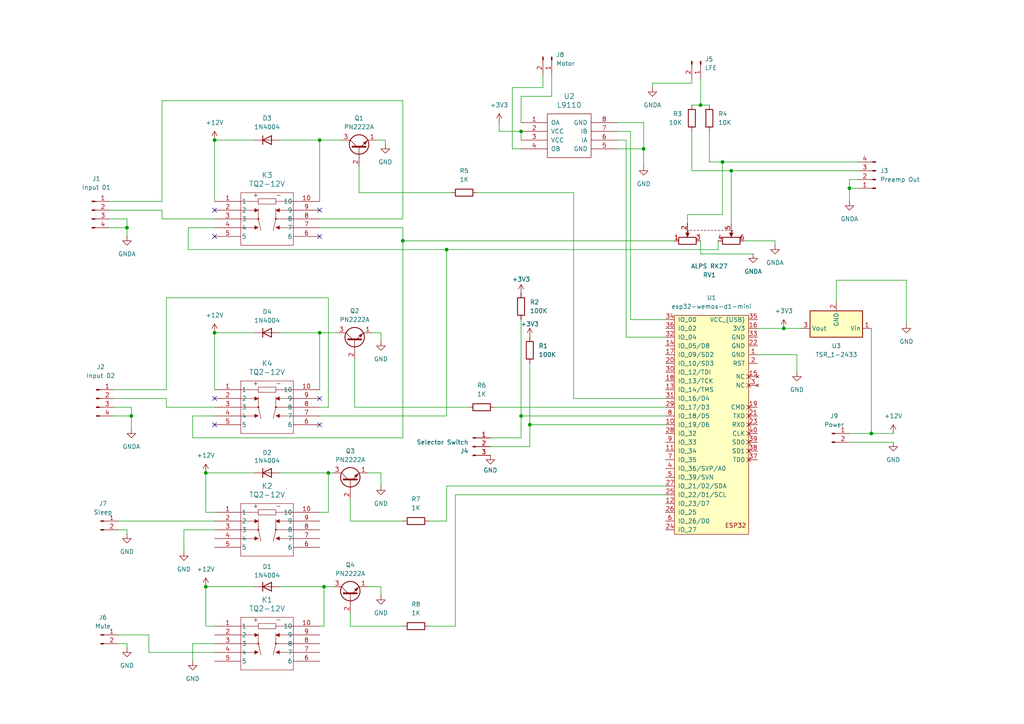
<source format=kicad_sch>
(kicad_sch (version 20250114) (generator "eeschema") (generator_version "9.0")
  (paper "A4")
  (lib_symbols
    (symbol "2025-10-05_02-56-43:TQ2-12V" (pin_names (offset 0.254))
      (property "Reference" "K" (at 15.24 7.62 0))
      (property "Value" "TQ2-12V" (at 15.24 5.08 0))
      (symbol "TQ2-12V_0_1"
        (polyline (pts (xy 7.62 2.54) (xy 7.62 -12.7)) (stroke (width 0.127)))
        (polyline (pts (xy 7.62 0) (xy 12.7 0)) (stroke (width 0.127)))
        (polyline (pts (xy 7.62 -2.54) (xy 12.192 -2.54)) (stroke (width 0.127)))
        (polyline (pts (xy 7.62 -5.08) (xy 12.7 -5.08)) (stroke (width 0.127)))
        (polyline (pts (xy 7.62 -7.62) (xy 12.192 -7.62)) (stroke (width 0.127)))
        (polyline (pts (xy 7.62 -12.7) (xy 22.86 -12.7)) (stroke (width 0.127)))
        (polyline (pts (xy 11.938 2.286) (xy 11.938 1.27)) (stroke (width 0.127)))
        (polyline (pts (xy 12.446 1.778) (xy 11.43 1.778)) (stroke (width 0.127)))
        (polyline (pts (xy 12.7 0.762) (xy 17.78 0.762)) (stroke (width 0.127)))
        (polyline (pts (xy 12.7 -0.762) (xy 12.7 0.762)) (stroke (width 0.127)))
        (polyline (pts (xy 12.7 -2.54) (xy 11.684 -3.048) (xy 11.684 -2.032)) (fill (type outline)))
        (polyline (pts (xy 12.7 -5.08) (xy 12.7 -2.032)) (stroke (width 0.127)))
        (polyline (pts (xy 12.7 -5.08) (xy 13.462 -8.382)) (stroke (width 0.127)))
        (circle (center 12.7 -5.08) (radius 0.127) (stroke (width 0.254)))
        (polyline (pts (xy 12.7 -7.62) (xy 11.684 -7.112) (xy 11.684 -8.128)) (fill (type outline)))
        (polyline (pts (xy 17.78 0.762) (xy 17.78 -0.762)) (stroke (width 0.127)))
        (polyline (pts (xy 17.78 0) (xy 22.86 0)) (stroke (width 0.127)))
        (polyline (pts (xy 17.78 -0.762) (xy 12.7 -0.762)) (stroke (width 0.127)))
        (polyline (pts (xy 17.78 -2.54) (xy 18.796 -3.048) (xy 18.796 -2.032)) (fill (type outline)))
        (polyline (pts (xy 17.78 -5.08) (xy 17.018 -8.382)) (stroke (width 0.127)))
        (polyline (pts (xy 17.78 -5.08) (xy 17.78 -2.032)) (stroke (width 0.127)))
        (circle (center 17.78 -5.08) (radius 0.127) (stroke (width 0.254)))
        (polyline (pts (xy 17.78 -7.62) (xy 18.796 -7.112) (xy 18.796 -8.128)) (fill (type outline)))
        (polyline (pts (xy 18.034 1.778) (xy 19.05 1.778)) (stroke (width 0.127)))
        (polyline (pts (xy 22.86 2.54) (xy 7.62 2.54)) (stroke (width 0.127)))
        (polyline (pts (xy 22.86 -2.54) (xy 18.288 -2.54)) (stroke (width 0.127)))
        (polyline (pts (xy 22.86 -5.08) (xy 17.78 -5.08)) (stroke (width 0.127)))
        (polyline (pts (xy 22.86 -7.62) (xy 18.288 -7.62)) (stroke (width 0.127)))
        (polyline (pts (xy 22.86 -12.7) (xy 22.86 2.54)) (stroke (width 0.127)))
        (pin unspecified line (at 0 0 0) (length 7.62) (name "1") (number "1"))
        (pin unspecified line (at 0 -2.54 0) (length 7.62) (name "2") (number "2"))
        (pin unspecified line (at 0 -5.08 0) (length 7.62) (name "3") (number "3"))
        (pin unspecified line (at 0 -7.62 0) (length 7.62) (name "4") (number "4"))
        (pin unspecified line (at 0 -10.16 0) (length 7.62) (name "5") (number "5"))
        (pin unspecified line (at 30.48 0 180) (length 7.62) (name "10") (number "10"))
        (pin unspecified line (at 30.48 -2.54 180) (length 7.62) (name "9") (number "9"))
        (pin unspecified line (at 30.48 -5.08 180) (length 7.62) (name "8") (number "8"))
        (pin unspecified line (at 30.48 -7.62 180) (length 7.62) (name "7") (number "7"))
        (pin unspecified line (at 30.48 -10.16 180) (length 7.62) (name "6") (number "6"))
      )
    )
    (symbol "Connector:Conn_01x02_Pin" (pin_names (offset 1.016) (hide yes))
      (property "Reference" "J" (at 0 2.54 0))
      (property "Value" "Conn_01x02_Pin" (at 0 -5.08 0))
      (symbol "Conn_01x02_Pin_1_1"
        (rectangle (start 0.8636 0.127) (end 0 -0.127) (stroke (width 0.1524)) (fill (type outline)))
        (rectangle (start 0.8636 -2.413) (end 0 -2.667) (stroke (width 0.1524)) (fill (type outline)))
        (polyline (pts (xy 1.27 0) (xy 0.8636 0)) (stroke (width 0.1524)))
        (polyline (pts (xy 1.27 -2.54) (xy 0.8636 -2.54)) (stroke (width 0.1524)))
        (pin passive line (at 5.08 0 180) (length 3.81) (name "Pin_1") (number "1"))
        (pin passive line (at 5.08 -2.54 180) (length 3.81) (name "Pin_2") (number "2"))
      )
    )
    (symbol "Connector:Conn_01x03_Pin" (pin_names (offset 1.016) (hide yes))
      (property "Reference" "J" (at 0 5.08 0))
      (property "Value" "Conn_01x03_Pin" (at 0 -5.08 0))
      (symbol "Conn_01x03_Pin_1_1"
        (rectangle (start 0.8636 2.667) (end 0 2.413) (stroke (width 0.1524)) (fill (type outline)))
        (rectangle (start 0.8636 0.127) (end 0 -0.127) (stroke (width 0.1524)) (fill (type outline)))
        (rectangle (start 0.8636 -2.413) (end 0 -2.667) (stroke (width 0.1524)) (fill (type outline)))
        (polyline (pts (xy 1.27 2.54) (xy 0.8636 2.54)) (stroke (width 0.1524)))
        (polyline (pts (xy 1.27 0) (xy 0.8636 0)) (stroke (width 0.1524)))
        (polyline (pts (xy 1.27 -2.54) (xy 0.8636 -2.54)) (stroke (width 0.1524)))
        (pin passive line (at 5.08 2.54 180) (length 3.81) (name "Pin_1") (number "1"))
        (pin passive line (at 5.08 0 180) (length 3.81) (name "Pin_2") (number "2"))
        (pin passive line (at 5.08 -2.54 180) (length 3.81) (name "Pin_3") (number "3"))
      )
    )
    (symbol "Connector:Conn_01x04_Pin" (pin_names (offset 1.016) (hide yes))
      (property "Reference" "J" (at 0 5.08 0))
      (property "Value" "Conn_01x04_Pin" (at 0 -7.62 0))
      (symbol "Conn_01x04_Pin_1_1"
        (rectangle (start 0.8636 2.667) (end 0 2.413) (stroke (width 0.1524)) (fill (type outline)))
        (rectangle (start 0.8636 0.127) (end 0 -0.127) (stroke (width 0.1524)) (fill (type outline)))
        (rectangle (start 0.8636 -2.413) (end 0 -2.667) (stroke (width 0.1524)) (fill (type outline)))
        (rectangle (start 0.8636 -4.953) (end 0 -5.207) (stroke (width 0.1524)) (fill (type outline)))
        (polyline (pts (xy 1.27 2.54) (xy 0.8636 2.54)) (stroke (width 0.1524)))
        (polyline (pts (xy 1.27 0) (xy 0.8636 0)) (stroke (width 0.1524)))
        (polyline (pts (xy 1.27 -2.54) (xy 0.8636 -2.54)) (stroke (width 0.1524)))
        (polyline (pts (xy 1.27 -5.08) (xy 0.8636 -5.08)) (stroke (width 0.1524)))
        (pin passive line (at 5.08 2.54 180) (length 3.81) (name "Pin_1") (number "1"))
        (pin passive line (at 5.08 0 180) (length 3.81) (name "Pin_2") (number "2"))
        (pin passive line (at 5.08 -2.54 180) (length 3.81) (name "Pin_3") (number "3"))
        (pin passive line (at 5.08 -5.08 180) (length 3.81) (name "Pin_4") (number "4"))
      )
    )
    (symbol "Device:R" (pin_numbers (hide yes)) (pin_names (offset 0))
      (property "Reference" "R" (at 2.032 0 90))
      (property "Value" "R" (at 0 0 90))
      (symbol "R_0_1"
        (rectangle (start -1.016 -2.54) (end 1.016 2.54) (stroke (width 0.254)))
      )
      (symbol "R_1_1"
        (pin passive line (at 0 3.81 270) (length 1.27) (name "~") (number "1"))
        (pin passive line (at 0 -3.81 90) (length 1.27) (name "~") (number "2"))
      )
    )
    (symbol "Device:R_Potentiometer_Dual" (pin_names (offset 1.016) (hide yes))
      (property "Reference" "RV" (at 0 3.81 0))
      (property "Value" "R_Potentiometer_Dual" (at 0 1.905 0))
      (symbol "R_Potentiometer_Dual_0_1"
        (rectangle (start -8.89 -1.524) (end -3.81 -3.556) (stroke (width 0.254)))
        (polyline (pts (xy -6.35 0) (xy -6.35 -1.016)))
        (polyline (pts (xy -6.35 0) (xy -6.35 -1.016)))
        (polyline (pts (xy -6.35 0) (xy -5.842 0.508)))
        (polyline (pts (xy -6.35 -1.397) (xy -6.858 -0.254) (xy -5.842 -0.254) (xy -6.35 -1.397)) (fill (type outline)))
        (polyline (pts (xy -5.588 0.508) (xy -5.08 0.508)))
        (polyline (pts (xy -4.572 0.508) (xy -4.064 0.508)))
        (polyline (pts (xy -3.556 0.508) (xy -3.048 0.508)))
        (polyline (pts (xy -2.54 0.508) (xy -2.032 0.508)))
        (polyline (pts (xy -1.524 0.508) (xy -1.016 0.508)))
        (polyline (pts (xy -0.508 0.508) (xy 0 0.508)))
        (polyline (pts (xy 0.508 0.508) (xy 1.016 0.508)))
        (polyline (pts (xy 1.524 0.508) (xy 2.032 0.508)))
        (polyline (pts (xy 2.54 0.508) (xy 3.048 0.508)))
        (polyline (pts (xy 3.556 0.508) (xy 4.064 0.508)))
        (rectangle (start 3.81 -1.524) (end 8.89 -3.556) (stroke (width 0.254)))
        (polyline (pts (xy 4.572 0.508) (xy 5.08 0.508)))
        (polyline (pts (xy 5.588 0.508) (xy 6.096 0.508)))
        (polyline (pts (xy 6.35 0) (xy 6.35 -1.016)))
        (polyline (pts (xy 6.35 0) (xy 6.35 -1.016)))
        (polyline (pts (xy 6.35 -1.397) (xy 5.842 -0.254) (xy 6.858 -0.254) (xy 6.35 -1.397)) (fill (type outline)))
        (polyline (pts (xy 6.604 0.508) (xy 6.858 0.508) (xy 6.35 0)))
      )
      (symbol "R_Potentiometer_Dual_1_1"
        (pin passive line (at -10.16 -2.54 0) (length 1.27) (name "1") (number "1"))
        (pin passive line (at -6.35 2.54 270) (length 2.54) (name "2") (number "2"))
        (pin passive line (at -2.54 -2.54 180) (length 1.27) (name "3") (number "3"))
        (pin passive line (at 2.54 -2.54 0) (length 1.27) (name "4") (number "4"))
        (pin passive line (at 6.35 2.54 270) (length 2.54) (name "5") (number "5"))
        (pin passive line (at 10.16 -2.54 180) (length 1.27) (name "6") (number "6"))
      )
    )
    (symbol "Diode:1N4004" (pin_numbers (hide yes)) (pin_names (hide yes))
      (property "Reference" "D" (at 0 2.54 0))
      (property "Value" "1N4004" (at 0 -2.54 0))
      (symbol "1N4004_0_1"
        (polyline (pts (xy -1.27 1.27) (xy -1.27 -1.27)) (stroke (width 0.254)))
        (polyline (pts (xy 1.27 1.27) (xy 1.27 -1.27) (xy -1.27 0) (xy 1.27 1.27)) (stroke (width 0.254)))
        (polyline (pts (xy 1.27 0) (xy -1.27 0)))
      )
      (symbol "1N4004_1_1"
        (pin passive line (at -3.81 0 0) (length 2.54) (name "K") (number "1"))
        (pin passive line (at 3.81 0 180) (length 2.54) (name "A") (number "2"))
      )
    )
    (symbol "L9110:L9110" (pin_names (offset 1.016))
      (property "Reference" "U" (at 0 7.62 0))
      (property "Value" "L9110" (at 0 -7.62 0))
      (symbol "L9110_0_1"
        (rectangle (start 6.35 -6.35) (end -6.35 6.35))
      )
      (symbol "L9110_1_1"
        (pin output line (at -13.97 3.81 0) (length 7.62) (name "OA") (number "1"))
        (pin power_in line (at -13.97 1.27 0) (length 7.62) (name "VCC") (number "2"))
        (pin power_in line (at -13.97 -1.27 0) (length 7.62) (name "VCC") (number "3"))
        (pin output line (at -13.97 -3.81 0) (length 7.62) (name "OB") (number "4"))
        (pin power_in line (at 13.97 3.81 180) (length 7.62) (name "GND") (number "8"))
        (pin input line (at 13.97 1.27 180) (length 7.62) (name "IB") (number "7"))
        (pin input line (at 13.97 -1.27 180) (length 7.62) (name "IA") (number "6"))
        (pin power_in line (at 13.97 -3.81 180) (length 7.62) (name "GND") (number "5"))
      )
      (symbol "L9110_1_2"
        (pin output line (at -19.05 12.7 0) (length 7.62) (name "OA") (number "1"))
        (pin output line (at -19.05 5.08 0) (length 7.62) (name "VCC") (number "2"))
        (pin output line (at -19.05 -5.08 0) (length 7.62) (name "VCC") (number "3"))
        (pin power_out line (at -19.05 -12.7 0) (length 7.62) (name "OB") (number "4"))
        (pin power_in line (at 17.78 12.7 180) (length 7.62) (name "GND") (number "8"))
        (pin input line (at 17.78 5.08 180) (length 7.62) (name "IB") (number "7"))
        (pin input line (at 17.78 -5.08 180) (length 7.62) (name "IA") (number "6"))
        (pin power_out line (at 17.78 -12.7 180) (length 7.62) (name "GND") (number "5"))
      )
    )
    (symbol "Regulator_Switching:TSR_1-2433"
      (property "Reference" "U" (at -7.62 6.35 0))
      (property "Value" "TSR_1-2433" (at -1.27 6.35 0))
      (symbol "TSR_1-2433_0_1"
        (rectangle (start -7.62 5.08) (end 7.62 -2.54) (stroke (width 0.254)) (fill (type background)))
      )
      (symbol "TSR_1-2433_1_1"
        (pin power_in line (at -10.16 2.54 0) (length 2.54) (name "Vin") (number "1"))
        (pin power_in line (at 0 -5.08 90) (length 2.54) (name "GND") (number "2"))
        (pin power_out line (at 10.16 2.54 180) (length 2.54) (name "Vout") (number "3"))
      )
    )
    (symbol "Transistor_BJT:PN2222A" (pin_names (offset 0) (hide yes))
      (property "Reference" "Q" (at 5.08 1.905 0))
      (property "Value" "PN2222A" (at 5.08 0 0))
      (symbol "PN2222A_0_1"
        (polyline (pts (xy -2.54 0) (xy 0.635 0)))
        (polyline (pts (xy 0.635 1.905) (xy 0.635 -1.905)) (stroke (width 0.508)))
        (circle (center 1.27 0) (radius 2.8194) (stroke (width 0.254)))
      )
      (symbol "PN2222A_1_1"
        (polyline (pts (xy 0.635 0.635) (xy 2.54 2.54)))
        (polyline (pts (xy 0.635 -0.635) (xy 2.54 -2.54)))
        (polyline (pts (xy 1.27 -1.778) (xy 1.778 -1.27) (xy 2.286 -2.286) (xy 1.27 -1.778)) (fill (type outline)))
        (pin input line (at -5.08 0 0) (length 2.54) (name "B") (number "2"))
        (pin passive line (at 2.54 5.08 270) (length 2.54) (name "C") (number "3"))
        (pin passive line (at 2.54 -5.08 90) (length 2.54) (name "E") (number "1"))
      )
    )
    (symbol "esp32-wemos-d1-mini:esp32-wemos-d1-mini" (pin_names (offset 1.016))
      (property "Reference" "U" (at -7.62 -50.8 0))
      (property "Value" "esp32-wemos-d1-mini" (at 5.08 -59.69 0))
      (symbol "esp32-wemos-d1-mini_0_0"
        (text "ESP32" (at 7.62 -62.23 0) (effects (font (size 1.27 1.27))))
        (pin bidirectional line (at -12.7 -45.72 0) (length 2.54) (name "IO_36/SVP/A0") (number "4"))
        (pin bidirectional line (at -12.7 -48.26 0) (length 2.54) (name "IO_39/SVN") (number "5"))
        (pin power_in line (at 13.97 -12.7 180) (length 2.54) (name "GND") (number "1"))
        (pin input line (at 13.97 -15.24 180) (length 2.54) (name "RST") (number "2"))
        (pin no_connect non_logic (at 13.97 -21.59 180) (length 2.54) (name "NC") (number "3"))
      )
      (symbol "esp32-wemos-d1-mini_0_1"
        (rectangle (start -10.16 -1.27) (end 11.43 -64.77) (fill (type background)))
      )
      (symbol "esp32-wemos-d1-mini_1_1"
        (pin bidirectional line (at -12.7 -2.54 0) (length 2.54) (name "IO_00") (number "34"))
        (pin bidirectional line (at -12.7 -5.08 0) (length 2.54) (name "IO_02") (number "36"))
        (pin bidirectional line (at -12.7 -7.62 0) (length 2.54) (name "IO_04") (number "32"))
        (pin bidirectional line (at -12.7 -10.16 0) (length 2.54) (name "IO_05/D8") (number "14"))
        (pin bidirectional line (at -12.7 -12.7 0) (length 2.54) (name "IO_09/SD2") (number "17"))
        (pin bidirectional line (at -12.7 -15.24 0) (length 2.54) (name "IO_10/SD3") (number "20"))
        (pin bidirectional line (at -12.7 -17.78 0) (length 2.54) (name "IO_12/TDI") (number "30"))
        (pin bidirectional line (at -12.7 -20.32 0) (length 2.54) (name "IO_13/TCK") (number "18"))
        (pin bidirectional line (at -12.7 -22.86 0) (length 2.54) (name "IO_14/TMS") (number "13"))
        (pin bidirectional line (at -12.7 -25.4 0) (length 2.54) (name "IO_16/D4") (number "31"))
        (pin bidirectional line (at -12.7 -27.94 0) (length 2.54) (name "IO_17/D3") (number "29"))
        (pin bidirectional line (at -12.7 -30.48 0) (length 2.54) (name "IO_18/D5") (number "8"))
        (pin bidirectional line (at -12.7 -33.02 0) (length 2.54) (name "IO_19/D6") (number "10"))
        (pin bidirectional line (at -12.7 -35.56 0) (length 2.54) (name "IO_32") (number "28"))
        (pin bidirectional line (at -12.7 -38.1 0) (length 2.54) (name "IO_33") (number "9"))
        (pin bidirectional line (at -12.7 -40.64 0) (length 2.54) (name "IO_34") (number "11"))
        (pin bidirectional line (at -12.7 -43.18 0) (length 2.54) (name "IO_35") (number "7"))
        (pin bidirectional line (at -12.7 -50.8 0) (length 2.54) (name "IO_21/D2/SDA") (number "27"))
        (pin bidirectional line (at -12.7 -53.34 0) (length 2.54) (name "IO_22/D1/SCL") (number "25"))
        (pin bidirectional line (at -12.7 -55.88 0) (length 2.54) (name "IO_23/D7") (number "12"))
        (pin bidirectional line (at -12.7 -58.42 0) (length 2.54) (name "IO_25") (number "26"))
        (pin bidirectional line (at -12.7 -60.96 0) (length 2.54) (name "IO_26/D0") (number "6"))
        (pin bidirectional line (at -12.7 -63.5 0) (length 2.54) (name "IO_27") (number "24"))
        (pin power_in line (at 13.97 -2.54 180) (length 2.54) (name "VCC_(USB)") (number "35"))
        (pin power_in line (at 13.97 -5.08 180) (length 2.54) (name "3V3") (number "16"))
        (pin power_in line (at 13.97 -7.62 180) (length 2.54) (name "GND") (number "33"))
        (pin power_in line (at 13.97 -10.16 180) (length 2.54) (name "GND") (number "22"))
        (pin no_connect non_logic (at 13.97 -19.05 180) (length 2.54) (name "NC") (number "15"))
        (pin passive non_logic (at 13.97 -27.94 180) (length 2.54) (name "CMD") (number "19"))
        (pin passive non_logic (at 13.97 -30.48 180) (length 2.54) (name "TXD") (number "21"))
        (pin passive non_logic (at 13.97 -33.02 180) (length 2.54) (name "RXD") (number "23"))
        (pin passive non_logic (at 13.97 -35.56 180) (length 2.54) (name "CLK") (number "40"))
        (pin passive non_logic (at 13.97 -38.1 180) (length 2.54) (name "SD0") (number "39"))
        (pin passive non_logic (at 13.97 -40.64 180) (length 2.54) (name "SD1") (number "38"))
        (pin passive non_logic (at 13.97 -43.18 180) (length 2.54) (name "TD0") (number "37"))
      )
    )
    (symbol "power:+12V" (power) (pin_numbers (hide yes)) (pin_names (offset 0) (hide yes))
      (property "Value" "+12V" (at 0 3.556 0))
      (symbol "+12V_0_1"
        (polyline (pts (xy -0.762 1.27) (xy 0 2.54)))
        (polyline (pts (xy 0 2.54) (xy 0.762 1.27)))
        (polyline (pts (xy 0 0) (xy 0 2.54)))
      )
      (symbol "+12V_1_1"
        (pin power_in line (at 0 0 90) (length 0) (name "~") (number "1"))
      )
    )
    (symbol "power:+3V3" (power) (pin_numbers (hide yes)) (pin_names (offset 0) (hide yes))
      (property "Value" "+3V3" (at 0 3.556 0))
      (symbol "+3V3_0_1"
        (polyline (pts (xy -0.762 1.27) (xy 0 2.54)))
        (polyline (pts (xy 0 2.54) (xy 0.762 1.27)))
        (polyline (pts (xy 0 0) (xy 0 2.54)))
      )
      (symbol "+3V3_1_1"
        (pin power_in line (at 0 0 90) (length 0) (name "~") (number "1"))
      )
    )
    (symbol "power:GND" (power) (pin_numbers (hide yes)) (pin_names (offset 0) (hide yes))
      (property "Value" "GND" (at 0 -3.81 0))
      (symbol "GND_0_1"
        (polyline (pts (xy 0 0) (xy 0 -1.27) (xy 1.27 -1.27) (xy 0 -2.54) (xy -1.27 -1.27) (xy 0 -1.27)))
      )
      (symbol "GND_1_1"
        (pin power_in line (at 0 0 270) (length 0) (name "~") (number "1"))
      )
    )
    (symbol "power:GNDA" (power) (pin_numbers (hide yes)) (pin_names (offset 0) (hide yes))
      (property "Value" "GNDA" (at 0 -3.81 0))
      (symbol "GNDA_0_1"
        (polyline (pts (xy 0 0) (xy 0 -1.27) (xy 1.27 -1.27) (xy 0 -2.54) (xy -1.27 -1.27) (xy 0 -1.27)))
      )
      (symbol "GNDA_1_1"
        (pin power_in line (at 0 0 270) (length 0) (name "~") (number "1"))
      )
    )
  )
  (junction (at 151.13 120.65))
  (junction (at 203.2 30.48))
  (junction (at 92.71 40.64))
  (junction (at 116.84 69.85))
  (junction (at 93.98 170.18))
  (junction (at 62.23 40.64))
  (junction (at 62.23 96.52))
  (junction (at 92.71 96.52))
  (junction (at 129.54 72.39))
  (junction (at 153.67 123.19))
  (junction (at 227.33 95.25))
  (junction (at 59.69 170.18))
  (junction (at 38.1 120.65))
  (junction (at 246.38 54.61))
  (junction (at 59.69 137.16))
  (junction (at 212.09 49.53))
  (junction (at 151.13 38.1))
  (junction (at 252.73 125.73))
  (junction (at 186.69 43.18))
  (junction (at 209.55 46.99))
  (junction (at 95.25 137.16))
  (junction (at 36.83 66.04))
  (no_connect (at 62.23 60.96))
  (no_connect (at 92.71 60.96))
  (no_connect (at 92.71 115.57))
  (no_connect (at 62.23 68.58))
  (no_connect (at 62.23 123.19))
  (no_connect (at 92.71 68.58))
  (no_connect (at 92.71 123.19))
  (no_connect (at 62.23 115.57))
  (wire (pts (xy 36.83 186.69) (xy 36.83 187.96)))
  (wire (pts (xy 81.28 137.16) (xy 95.25 137.16)))
  (wire (pts (xy 46.99 29.21) (xy 116.84 29.21)))
  (wire (pts (xy 186.69 35.56) (xy 186.69 43.18)))
  (wire (pts (xy 132.08 181.61) (xy 132.08 143.51)))
  (wire (pts (xy 153.67 123.19) (xy 193.04 123.19)))
  (wire (pts (xy 144.78 35.56) (xy 144.78 38.1)))
  (wire (pts (xy 59.69 148.59) (xy 62.23 148.59)))
  (wire (pts (xy 189.23 24.13) (xy 200.66 24.13)))
  (wire (pts (xy 38.1 118.11) (xy 38.1 120.65)))
  (wire (pts (xy 252.73 125.73) (xy 259.08 125.73)))
  (wire (pts (xy 38.1 120.65) (xy 38.1 124.46)))
  (wire (pts (xy 218.44 73.66) (xy 203.2 73.66)))
  (wire (pts (xy 193.04 92.71) (xy 182.88 92.71)))
  (wire (pts (xy 110.49 96.52) (xy 110.49 99.06)))
  (wire (pts (xy 46.99 60.96) (xy 46.99 63.5)))
  (wire (pts (xy 138.43 55.88) (xy 166.37 55.88)))
  (wire (pts (xy 34.29 151.13) (xy 62.23 151.13)))
  (wire (pts (xy 31.75 63.5) (xy 36.83 63.5)))
  (wire (pts (xy 92.71 96.52) (xy 92.71 113.03)))
  (wire (pts (xy 143.51 118.11) (xy 193.04 118.11)))
  (wire (pts (xy 36.83 66.04) (xy 36.83 68.58)))
  (wire (pts (xy 148.59 43.18) (xy 148.59 25.4)))
  (wire (pts (xy 116.84 66.04) (xy 92.71 66.04)))
  (wire (pts (xy 59.69 170.18) (xy 59.69 181.61)))
  (wire (pts (xy 33.02 120.65) (xy 38.1 120.65)))
  (wire (pts (xy 153.67 123.19) (xy 153.67 129.54)))
  (wire (pts (xy 110.49 170.18) (xy 110.49 172.72)))
  (wire (pts (xy 160.02 27.94) (xy 160.02 21.59)))
  (wire (pts (xy 59.69 137.16) (xy 59.69 148.59)))
  (wire (pts (xy 203.2 30.48) (xy 205.74 30.48)))
  (wire (pts (xy 252.73 95.25) (xy 252.73 125.73)))
  (wire (pts (xy 186.69 43.18) (xy 186.69 48.26)))
  (wire (pts (xy 209.55 46.99) (xy 248.92 46.99)))
  (wire (pts (xy 111.76 40.64) (xy 111.76 41.91)))
  (wire (pts (xy 129.54 151.13) (xy 129.54 140.97)))
  (wire (pts (xy 151.13 127) (xy 151.13 120.65)))
  (wire (pts (xy 109.22 40.64) (xy 111.76 40.64)))
  (wire (pts (xy 231.14 102.87) (xy 219.71 102.87)))
  (wire (pts (xy 34.29 184.15) (xy 43.18 184.15)))
  (wire (pts (xy 144.78 38.1) (xy 151.13 38.1)))
  (wire (pts (xy 48.26 115.57) (xy 48.26 118.11)))
  (wire (pts (xy 246.38 54.61) (xy 248.92 54.61)))
  (wire (pts (xy 102.87 118.11) (xy 102.87 104.14)))
  (wire (pts (xy 62.23 96.52) (xy 62.23 113.03)))
  (wire (pts (xy 166.37 115.57) (xy 193.04 115.57)))
  (wire (pts (xy 151.13 92.71) (xy 151.13 120.65)))
  (wire (pts (xy 101.6 151.13) (xy 116.84 151.13)))
  (wire (pts (xy 55.88 191.77) (xy 55.88 186.69)))
  (wire (pts (xy 200.66 30.48) (xy 203.2 30.48)))
  (wire (pts (xy 181.61 40.64) (xy 181.61 97.79)))
  (wire (pts (xy 200.66 49.53) (xy 212.09 49.53)))
  (wire (pts (xy 55.88 186.69) (xy 62.23 186.69)))
  (wire (pts (xy 104.14 48.26) (xy 104.14 55.88)))
  (wire (pts (xy 73.66 170.18) (xy 59.69 170.18)))
  (wire (pts (xy 36.83 153.67) (xy 36.83 154.94)))
  (wire (pts (xy 209.55 46.99) (xy 209.55 62.23)))
  (wire (pts (xy 166.37 55.88) (xy 166.37 115.57)))
  (wire (pts (xy 116.84 127) (xy 116.84 69.85)))
  (wire (pts (xy 153.67 105.41) (xy 153.67 123.19)))
  (wire (pts (xy 81.28 170.18) (xy 93.98 170.18)))
  (wire (pts (xy 62.23 40.64) (xy 73.66 40.64)))
  (wire (pts (xy 246.38 52.07) (xy 246.38 54.61)))
  (wire (pts (xy 181.61 97.79) (xy 193.04 97.79)))
  (wire (pts (xy 101.6 177.8) (xy 101.6 181.61)))
  (wire (pts (xy 93.98 170.18) (xy 93.98 181.61)))
  (wire (pts (xy 92.71 148.59) (xy 95.25 148.59)))
  (wire (pts (xy 34.29 153.67) (xy 36.83 153.67)))
  (wire (pts (xy 62.23 96.52) (xy 73.66 96.52)))
  (wire (pts (xy 116.84 69.85) (xy 116.84 66.04)))
  (wire (pts (xy 106.68 170.18) (xy 110.49 170.18)))
  (wire (pts (xy 129.54 72.39) (xy 129.54 120.65)))
  (wire (pts (xy 129.54 72.39) (xy 54.61 72.39)))
  (wire (pts (xy 31.75 60.96) (xy 46.99 60.96)))
  (wire (pts (xy 33.02 115.57) (xy 48.26 115.57)))
  (wire (pts (xy 151.13 38.1) (xy 151.13 40.64)))
  (wire (pts (xy 142.24 127) (xy 151.13 127)))
  (wire (pts (xy 242.57 87.63) (xy 242.57 81.28)))
  (wire (pts (xy 212.09 49.53) (xy 212.09 64.77)))
  (wire (pts (xy 246.38 54.61) (xy 246.38 58.42)))
  (wire (pts (xy 129.54 140.97) (xy 193.04 140.97)))
  (wire (pts (xy 92.71 118.11) (xy 95.25 118.11)))
  (wire (pts (xy 34.29 186.69) (xy 36.83 186.69)))
  (wire (pts (xy 246.38 125.73) (xy 252.73 125.73)))
  (wire (pts (xy 31.75 58.42) (xy 46.99 58.42)))
  (wire (pts (xy 208.28 69.85) (xy 208.28 72.39)))
  (wire (pts (xy 157.48 25.4) (xy 157.48 21.59)))
  (wire (pts (xy 36.83 63.5) (xy 36.83 66.04)))
  (wire (pts (xy 95.25 137.16) (xy 96.52 137.16)))
  (wire (pts (xy 116.84 63.5) (xy 92.71 63.5)))
  (wire (pts (xy 153.67 129.54) (xy 142.24 129.54)))
  (wire (pts (xy 104.14 55.88) (xy 130.81 55.88)))
  (wire (pts (xy 62.23 63.5) (xy 46.99 63.5)))
  (wire (pts (xy 53.34 153.67) (xy 53.34 160.02)))
  (wire (pts (xy 101.6 144.78) (xy 101.6 151.13)))
  (wire (pts (xy 179.07 35.56) (xy 186.69 35.56)))
  (wire (pts (xy 48.26 86.36) (xy 48.26 113.03)))
  (wire (pts (xy 246.38 128.27) (xy 259.08 128.27)))
  (wire (pts (xy 62.23 40.64) (xy 62.23 58.42)))
  (wire (pts (xy 81.28 96.52) (xy 92.71 96.52)))
  (wire (pts (xy 93.98 170.18) (xy 96.52 170.18)))
  (wire (pts (xy 203.2 69.85) (xy 203.2 73.66)))
  (wire (pts (xy 124.46 181.61) (xy 132.08 181.61)))
  (wire (pts (xy 110.49 137.16) (xy 110.49 140.97)))
  (wire (pts (xy 95.25 137.16) (xy 95.25 148.59)))
  (wire (pts (xy 46.99 58.42) (xy 46.99 29.21)))
  (wire (pts (xy 179.07 38.1) (xy 182.88 38.1)))
  (wire (pts (xy 62.23 189.23) (xy 43.18 189.23)))
  (wire (pts (xy 132.08 143.51) (xy 193.04 143.51)))
  (wire (pts (xy 179.07 40.64) (xy 181.61 40.64)))
  (wire (pts (xy 101.6 181.61) (xy 116.84 181.61)))
  (wire (pts (xy 248.92 52.07) (xy 246.38 52.07)))
  (wire (pts (xy 182.88 38.1) (xy 182.88 92.71)))
  (wire (pts (xy 189.23 24.13) (xy 189.23 25.4)))
  (wire (pts (xy 81.28 40.64) (xy 92.71 40.64)))
  (wire (pts (xy 48.26 118.11) (xy 62.23 118.11)))
  (wire (pts (xy 59.69 181.61) (xy 62.23 181.61)))
  (wire (pts (xy 62.23 153.67) (xy 53.34 153.67)))
  (wire (pts (xy 262.89 81.28) (xy 262.89 93.98)))
  (wire (pts (xy 227.33 95.25) (xy 232.41 95.25)))
  (wire (pts (xy 151.13 27.94) (xy 160.02 27.94)))
  (wire (pts (xy 151.13 120.65) (xy 193.04 120.65)))
  (wire (pts (xy 54.61 72.39) (xy 54.61 66.04)))
  (wire (pts (xy 107.95 96.52) (xy 110.49 96.52)))
  (wire (pts (xy 215.9 69.85) (xy 224.79 69.85)))
  (wire (pts (xy 148.59 25.4) (xy 157.48 25.4)))
  (wire (pts (xy 48.26 113.03) (xy 33.02 113.03)))
  (wire (pts (xy 92.71 120.65) (xy 129.54 120.65)))
  (wire (pts (xy 55.88 120.65) (xy 55.88 127)))
  (wire (pts (xy 242.57 81.28) (xy 262.89 81.28)))
  (wire (pts (xy 151.13 35.56) (xy 151.13 27.94)))
  (wire (pts (xy 116.84 29.21) (xy 116.84 63.5)))
  (wire (pts (xy 62.23 120.65) (xy 55.88 120.65)))
  (wire (pts (xy 124.46 151.13) (xy 129.54 151.13)))
  (wire (pts (xy 205.74 46.99) (xy 209.55 46.99)))
  (wire (pts (xy 224.79 69.85) (xy 224.79 71.12)))
  (wire (pts (xy 33.02 118.11) (xy 38.1 118.11)))
  (wire (pts (xy 179.07 43.18) (xy 186.69 43.18)))
  (wire (pts (xy 209.55 62.23) (xy 199.39 62.23)))
  (wire (pts (xy 106.68 137.16) (xy 110.49 137.16)))
  (wire (pts (xy 43.18 189.23) (xy 43.18 184.15)))
  (wire (pts (xy 92.71 181.61) (xy 93.98 181.61)))
  (wire (pts (xy 92.71 96.52) (xy 97.79 96.52)))
  (wire (pts (xy 92.71 40.64) (xy 92.71 58.42)))
  (wire (pts (xy 212.09 49.53) (xy 248.92 49.53)))
  (wire (pts (xy 92.71 40.64) (xy 99.06 40.64)))
  (wire (pts (xy 203.2 22.86) (xy 203.2 30.48)))
  (wire (pts (xy 95.25 118.11) (xy 95.25 86.36)))
  (wire (pts (xy 95.25 86.36) (xy 48.26 86.36)))
  (wire (pts (xy 31.75 66.04) (xy 36.83 66.04)))
  (wire (pts (xy 54.61 66.04) (xy 62.23 66.04)))
  (wire (pts (xy 200.66 22.86) (xy 200.66 24.13)))
  (wire (pts (xy 219.71 95.25) (xy 227.33 95.25)))
  (wire (pts (xy 205.74 38.1) (xy 205.74 46.99)))
  (wire (pts (xy 231.14 107.95) (xy 231.14 102.87)))
  (wire (pts (xy 102.87 118.11) (xy 135.89 118.11)))
  (wire (pts (xy 208.28 72.39) (xy 129.54 72.39)))
  (wire (pts (xy 200.66 38.1) (xy 200.66 49.53)))
  (wire (pts (xy 199.39 62.23) (xy 199.39 64.77)))
  (wire (pts (xy 151.13 43.18) (xy 148.59 43.18)))
  (wire (pts (xy 55.88 127) (xy 116.84 127)))
  (wire (pts (xy 59.69 137.16) (xy 73.66 137.16)))
  (wire (pts (xy 116.84 69.85) (xy 195.58 69.85)))
  (symbol (lib_id "Transistor_BJT:PN2222A") (at 101.6 139.7 90) (unit 1)
    (property "Reference" "Q3" (at 101.6 130.81 90))
    (property "Value" "PN2222A" (at 101.6 133.35 90))
    (property "Footprint" "Package_TO_SOT_THT:TO-92L_HandSolder" (effects (hide yes)))
    (property "Datasheet" "https://www.onsemi.com/pub/Collateral/PN2222-D.PDF" (effects (hide yes)))
    (property "Description" "1A Ic, 40V Vce, NPN Transistor, General Purpose Transistor, TO-92" (effects (hide yes)))
  )
  (symbol (lib_id "power:+3V3") (at 153.67 97.79 0) (unit 1)
    (property "Reference" "#PWR012" (effects (hide yes)))
    (property "Value" "+3V3" (at 153.67 93.98 0))
    (property "Description" "Power symbol creates a global label with name \"+3V3\"" (effects (hide yes)))
  )
  (symbol (lib_id "power:GND") (at 186.69 48.26 0) (unit 1)
    (property "Reference" "#PWR026" (effects (hide yes)))
    (property "Value" "GND" (at 186.69 53.34 0))
    (property "Description" "Power symbol creates a global label with name \"GND\" , ground" (effects (hide yes)))
  )
  (symbol (lib_id "Connector:Conn_01x02_Pin") (at 203.2 17.78 270) (unit 1)
    (property "Reference" "J5" (at 204.47 17.1449 90) (effects (justify left)))
    (property "Value" "LFE" (at 204.47 19.6849 90) (effects (justify left)))
    (property "Footprint" "Connector_JST:JST_XH_B2B-XH-AM_1x02_P2.50mm_Vertical" (effects (hide yes)))
    (property "Description" "Generic connector, single row, 01x02, script generated" (effects (hide yes)))
  )
  (symbol (lib_id "Device:R") (at 120.65 181.61 90) (unit 1)
    (property "Reference" "R8" (at 120.65 175.26 90))
    (property "Value" "1K" (at 120.65 177.8 90))
    (property "Footprint" "Resistor_THT:R_Axial_DIN0204_L3.6mm_D1.6mm_P5.08mm_Horizontal" (effects (hide yes)))
    (property "Description" "Resistor" (effects (hide yes)))
  )
  (symbol (lib_id "Connector:Conn_01x04_Pin") (at 27.94 115.57 0) (unit 1)
    (property "Reference" "J2" (at 29.21 106.426 0))
    (property "Value" "Input 02" (at 29.21 108.966 0))
    (property "Footprint" "Connector_JST:JST_XH_B4B-XH-AM_1x04_P2.50mm_Vertical" (effects (hide yes)))
    (property "Description" "Generic connector, single row, 01x04, script generated" (effects (hide yes)))
  )
  (symbol (lib_id "Connector:Conn_01x02_Pin") (at 29.21 184.15 0) (unit 1)
    (property "Reference" "J6" (at 29.845 179.07 0))
    (property "Value" "Mute" (at 29.845 181.61 0))
    (property "Footprint" "Connector_JST:JST_XH_B2B-XH-A_1x02_P2.50mm_Vertical" (effects (hide yes)))
    (property "Description" "Generic connector, single row, 01x02, script generated" (effects (hide yes)))
  )
  (symbol (lib_id "Connector:Conn_01x03_Pin") (at 137.16 129.54 0) (unit 1)
    (property "Reference" "J4" (at 135.89 130.8101 0) (effects (justify right)))
    (property "Value" "Selector Switch" (at 135.89 128.2701 0) (effects (justify right)))
    (property "Footprint" "Connector_JST:JST_XH_B3B-XH-AM_1x03_P2.50mm_Vertical" (effects (hide yes)))
    (property "Description" "Generic connector, single row, 01x03, script generated" (effects (hide yes)))
  )
  (symbol (lib_id "Connector:Conn_01x04_Pin") (at 26.67 60.96 0) (unit 1)
    (property "Reference" "J1" (at 27.94 51.816 0))
    (property "Value" "Input 01" (at 27.94 54.356 0))
    (property "Footprint" "Connector_JST:JST_XH_B4B-XH-AM_1x04_P2.50mm_Vertical" (effects (hide yes)))
    (property "Description" "Generic connector, single row, 01x04, script generated" (effects (hide yes)))
  )
  (symbol (lib_id "power:+12V") (at 59.69 137.16 0) (unit 1)
    (property "Reference" "#PWR019" (effects (hide yes)))
    (property "Value" "+12V" (at 59.69 132.08 0))
    (property "Description" "Power symbol creates a global label with name \"+12V\"" (effects (hide yes)))
  )
  (symbol (lib_id "power:GND") (at 231.14 107.95 0) (unit 1)
    (property "Reference" "#PWR08" (effects (hide yes)))
    (property "Value" "GND" (at 231.14 113.03 0))
    (property "Description" "Power symbol creates a global label with name \"GND\" , ground" (effects (hide yes)))
  )
  (symbol (lib_id "power:GND") (at 53.34 160.02 0) (unit 1)
    (property "Reference" "#PWR017" (effects (hide yes)))
    (property "Value" "GND" (at 53.34 165.1 0))
    (property "Description" "Power symbol creates a global label with name \"GND\" , ground" (effects (hide yes)))
  )
  (symbol (lib_id "Diode:1N4004") (at 77.47 96.52 0) (unit 1)
    (property "Reference" "D4" (at 77.47 90.424 0))
    (property "Value" "1N4004" (at 77.47 92.964 0))
    (property "Footprint" "Diode_THT:D_DO-41_SOD81_P10.16mm_Horizontal" (effects (hide yes)))
    (property "Datasheet" "http://www.vishay.com/docs/88503/1n4001.pdf" (effects (hide yes)))
    (property "Description" "400V 1A General Purpose Rectifier Diode, DO-41" (effects (hide yes)))
    (property "Sim.Device" "D" (effects (hide yes)))
    (property "Sim.Pins" "1=K 2=A" (effects (hide yes)))
  )
  (symbol (lib_id "power:+12V") (at 259.08 125.73 0) (unit 1)
    (property "Reference" "#PWR029" (effects (hide yes)))
    (property "Value" "+12V" (at 259.08 120.65 0))
    (property "Description" "Power symbol creates a global label with name \"+12V\"" (effects (hide yes)))
  )
  (symbol (lib_id "power:+12V") (at 62.23 96.52 0) (unit 1)
    (property "Reference" "#PWR05" (effects (hide yes)))
    (property "Value" "+12V" (at 62.23 91.44 0))
    (property "Description" "Power symbol creates a global label with name \"+12V\"" (effects (hide yes)))
  )
  (symbol (lib_id "power:GNDA") (at 38.1 124.46 0) (unit 1)
    (property "Reference" "#PWR02" (effects (hide yes)))
    (property "Value" "GNDA" (at 38.1 129.54 0))
    (property "Description" "Power symbol creates a global label with name \"GNDA\" , analog ground" (effects (hide yes)))
  )
  (symbol (lib_id "Device:R") (at 153.67 101.6 0) (unit 1)
    (property "Reference" "R1" (at 156.21 100.3299 0) (effects (justify left)))
    (property "Value" "100K" (at 156.21 102.8699 0) (effects (justify left)))
    (property "Footprint" "Resistor_THT:R_Axial_DIN0204_L3.6mm_D1.6mm_P5.08mm_Horizontal" (effects (hide yes)))
    (property "Description" "Resistor" (effects (hide yes)))
  )
  (symbol (lib_id "Transistor_BJT:PN2222A") (at 101.6 172.72 90) (unit 1)
    (property "Reference" "Q4" (at 101.6 163.83 90))
    (property "Value" "PN2222A" (at 101.6 166.37 90))
    (property "Footprint" "Package_TO_SOT_THT:TO-92L_HandSolder" (effects (hide yes)))
    (property "Datasheet" "https://www.onsemi.com/pub/Collateral/PN2222-D.PDF" (effects (hide yes)))
    (property "Description" "1A Ic, 40V Vce, NPN Transistor, General Purpose Transistor, TO-92" (effects (hide yes)))
  )
  (symbol (lib_id "Device:R") (at 139.7 118.11 90) (unit 1)
    (property "Reference" "R6" (at 139.7 111.76 90))
    (property "Value" "1K" (at 139.7 114.3 90))
    (property "Footprint" "Resistor_THT:R_Axial_DIN0204_L3.6mm_D1.6mm_P5.08mm_Horizontal" (effects (hide yes)))
    (property "Description" "Resistor" (effects (hide yes)))
  )
  (symbol (lib_id "power:GNDA") (at 246.38 58.42 0) (unit 1)
    (property "Reference" "#PWR03" (effects (hide yes)))
    (property "Value" "GNDA" (at 246.38 63.5 0))
    (property "Description" "Power symbol creates a global label with name \"GNDA\" , analog ground" (effects (hide yes)))
  )
  (symbol (lib_id "power:GND") (at 55.88 191.77 0) (unit 1)
    (property "Reference" "#PWR018" (effects (hide yes)))
    (property "Value" "GND" (at 55.88 196.85 0))
    (property "Description" "Power symbol creates a global label with name \"GND\" , ground" (effects (hide yes)))
  )
  (symbol (lib_id "power:GND") (at 110.49 99.06 0) (unit 1)
    (property "Reference" "#PWR07" (effects (hide yes)))
    (property "Value" "GND" (at 110.49 104.14 0))
    (property "Description" "Power symbol creates a global label with name \"GND\" , ground" (effects (hide yes)))
  )
  (symbol (lib_id "power:+3V3") (at 144.78 35.56 0) (unit 1)
    (property "Reference" "#PWR025" (effects (hide yes)))
    (property "Value" "+3V3" (at 144.78 30.48 0))
    (property "Description" "Power symbol creates a global label with name \"+3V3\"" (effects (hide yes)))
  )
  (symbol (lib_id "2025-10-05_02-56-43:TQ2-12V") (at 62.23 58.42 0) (unit 1)
    (property "Reference" "K3" (at 77.47 50.8 0) (effects (font (size 1.524 1.524))))
    (property "Value" "TQ2-12V" (at 77.47 53.34 0) (effects (font (size 1.524 1.524))))
    (property "Footprint" "tq2:RELAY_TQ2_PAN" (effects (hide yes)))
    (property "Datasheet" "TQ2-12V" (effects (hide yes)))
  )
  (symbol (lib_id "Device:R") (at 200.66 34.29 0) (unit 1)
    (property "Reference" "R3" (at 197.866 33.02 0) (effects (justify right)))
    (property "Value" "10K" (at 197.866 35.56 0) (effects (justify right)))
    (property "Footprint" "Resistor_THT:R_Axial_Power_L38.0mm_W9.0mm_P40.64mm" (effects (hide yes)))
    (property "Description" "Resistor" (effects (hide yes)))
  )
  (symbol (lib_id "L9110:L9110") (at 165.1 39.37 0) (unit 1)
    (property "Reference" "U2" (at 165.1 27.94 0) (effects (font (size 1.524 1.524))))
    (property "Value" "L9110" (at 165.1 30.48 0) (effects (font (size 1.524 1.524))))
    (property "Footprint" "L9110:so-8" (effects (hide yes)))
  )
  (symbol (lib_id "Connector:Conn_01x04_Pin") (at 254 52.07 180) (unit 1)
    (property "Reference" "J3" (at 255.27 49.5299 0) (effects (justify right)))
    (property "Value" "Preamp Out" (at 255.27 52.0699 0) (effects (justify right)))
    (property "Footprint" "Connector_JST:JST_XH_B4B-XH-AM_1x04_P2.50mm_Vertical" (effects (hide yes)))
    (property "Description" "Generic connector, single row, 01x04, script generated" (effects (hide yes)))
  )
  (symbol (lib_id "power:+12V") (at 62.23 40.64 0) (unit 1)
    (property "Reference" "#PWR04" (effects (hide yes)))
    (property "Value" "+12V" (at 62.23 35.56 0))
    (property "Description" "Power symbol creates a global label with name \"+12V\"" (effects (hide yes)))
  )
  (symbol (lib_id "Device:R") (at 134.62 55.88 90) (unit 1)
    (property "Reference" "R5" (at 134.62 49.53 90))
    (property "Value" "1K" (at 134.62 52.07 90))
    (property "Footprint" "Resistor_THT:R_Axial_DIN0204_L3.6mm_D1.6mm_P5.08mm_Horizontal" (effects (hide yes)))
    (property "Description" "Resistor" (effects (hide yes)))
  )
  (symbol (lib_id "esp32-wemos-d1-mini:esp32-wemos-d1-mini") (at 205.74 90.17 0) (unit 1)
    (property "Reference" "U1" (at 206.375 86.36 0))
    (property "Value" "esp32-wemos-d1-mini" (at 206.375 88.9 0))
    (property "Footprint" "esp32-wemos-d1-mini:esp32-wemos-d1-mini" (effects (hide yes)))
  )
  (symbol (lib_id "Connector:Conn_01x02_Pin") (at 241.3 125.73 0) (unit 1)
    (property "Reference" "J9" (at 241.935 120.65 0))
    (property "Value" "Power" (at 241.935 123.19 0))
    (property "Footprint" "Connector_JST:JST_XH_B2B-XH-AM_1x02_P2.50mm_Vertical" (effects (hide yes)))
    (property "Description" "Generic connector, single row, 01x02, script generated" (effects (hide yes)))
  )
  (symbol (lib_id "Diode:1N4004") (at 77.47 170.18 0) (unit 1)
    (property "Reference" "D1" (at 77.47 164.338 0))
    (property "Value" "1N4004" (at 77.47 166.878 0))
    (property "Footprint" "Diode_THT:D_DO-41_SOD81_P10.16mm_Horizontal" (effects (hide yes)))
    (property "Datasheet" "http://www.vishay.com/docs/88503/1n4001.pdf" (effects (hide yes)))
    (property "Description" "400V 1A General Purpose Rectifier Diode, DO-41" (effects (hide yes)))
    (property "Sim.Device" "D" (effects (hide yes)))
    (property "Sim.Pins" "1=K 2=A" (effects (hide yes)))
  )
  (symbol (lib_id "power:GND") (at 36.83 154.94 0) (unit 1)
    (property "Reference" "#PWR015" (effects (hide yes)))
    (property "Value" "GND" (at 36.83 160.02 0))
    (property "Description" "Power symbol creates a global label with name \"GND\" , ground" (effects (hide yes)))
  )
  (symbol (lib_id "power:GND") (at 111.76 41.91 0) (unit 1)
    (property "Reference" "#PWR06" (effects (hide yes)))
    (property "Value" "GND" (at 111.76 46.99 0))
    (property "Description" "Power symbol creates a global label with name \"GND\" , ground" (effects (hide yes)))
  )
  (symbol (lib_id "Connector:Conn_01x02_Pin") (at 29.21 151.13 0) (unit 1)
    (property "Reference" "J7" (at 29.845 146.05 0))
    (property "Value" "Sleep" (at 29.845 148.59 0))
    (property "Footprint" "Connector_JST:JST_XH_B2B-XH-A_1x02_P2.50mm_Vertical" (effects (hide yes)))
    (property "Description" "Generic connector, single row, 01x02, script generated" (effects (hide yes)))
  )
  (symbol (lib_id "power:GND") (at 110.49 172.72 0) (unit 1)
    (property "Reference" "#PWR021" (effects (hide yes)))
    (property "Value" "GND" (at 110.49 177.8 0))
    (property "Description" "Power symbol creates a global label with name \"GND\" , ground" (effects (hide yes)))
  )
  (symbol (lib_id "power:GNDA") (at 224.79 71.12 0) (unit 1)
    (property "Reference" "#PWR023" (effects (hide yes)))
    (property "Value" "GNDA" (at 224.79 76.2 0))
    (property "Description" "Power symbol creates a global label with name \"GNDA\" , analog ground" (effects (hide yes)))
  )
  (symbol (lib_id "Device:R") (at 205.74 34.29 0) (unit 1)
    (property "Reference" "R4" (at 208.28 33.0199 0) (effects (justify left)))
    (property "Value" "10K" (at 208.28 35.5599 0) (effects (justify left)))
    (property "Footprint" "Resistor_THT:R_Axial_Power_L38.0mm_W9.0mm_P40.64mm" (effects (hide yes)))
    (property "Description" "Resistor" (effects (hide yes)))
  )
  (symbol (lib_id "Diode:1N4004") (at 77.47 137.16 0) (unit 1)
    (property "Reference" "D2" (at 77.47 131.318 0))
    (property "Value" "1N4004" (at 77.47 133.604 0))
    (property "Footprint" "Diode_THT:D_DO-41_SOD81_P10.16mm_Horizontal" (effects (hide yes)))
    (property "Datasheet" "http://www.vishay.com/docs/88503/1n4001.pdf" (effects (hide yes)))
    (property "Description" "400V 1A General Purpose Rectifier Diode, DO-41" (effects (hide yes)))
    (property "Sim.Device" "D" (effects (hide yes)))
    (property "Sim.Pins" "1=K 2=A" (effects (hide yes)))
  )
  (symbol (lib_id "2025-10-05_02-56-43:TQ2-12V") (at 62.23 181.61 0) (unit 1)
    (property "Reference" "K1" (at 77.47 173.99 0) (effects (font (size 1.524 1.524))))
    (property "Value" "TQ2-12V" (at 77.47 176.53 0) (effects (font (size 1.524 1.524))))
    (property "Footprint" "tq2:RELAY_TQ2_PAN" (effects (hide yes)))
    (property "Datasheet" "TQ2-12V" (effects (hide yes)))
  )
  (symbol (lib_id "power:GND") (at 259.08 128.27 0) (unit 1)
    (property "Reference" "#PWR028" (effects (hide yes)))
    (property "Value" "GND" (at 259.08 133.35 0))
    (property "Description" "Power symbol creates a global label with name \"GND\" , ground" (effects (hide yes)))
  )
  (symbol (lib_id "power:GND") (at 110.49 140.97 0) (unit 1)
    (property "Reference" "#PWR022" (effects (hide yes)))
    (property "Value" "GND" (at 110.49 146.05 0))
    (property "Description" "Power symbol creates a global label with name \"GND\" , ground" (effects (hide yes)))
  )
  (symbol (lib_id "2025-10-05_02-56-43:TQ2-12V") (at 62.23 113.03 0) (unit 1)
    (property "Reference" "K4" (at 77.47 105.41 0) (effects (font (size 1.524 1.524))))
    (property "Value" "TQ2-12V" (at 77.47 107.95 0) (effects (font (size 1.524 1.524))))
    (property "Footprint" "tq2:RELAY_TQ2_PAN" (effects (hide yes)))
    (property "Datasheet" "TQ2-12V" (effects (hide yes)))
  )
  (symbol (lib_id "power:GND") (at 36.83 187.96 0) (unit 1)
    (property "Reference" "#PWR016" (effects (hide yes)))
    (property "Value" "GND" (at 36.83 193.04 0))
    (property "Description" "Power symbol creates a global label with name \"GND\" , ground" (effects (hide yes)))
  )
  (symbol (lib_id "Regulator_Switching:TSR_1-2433") (at 242.57 92.71 180) (unit 1)
    (property "Reference" "U3" (at 242.57 100.33 0))
    (property "Value" "TSR_1-2433" (at 242.57 102.87 0))
    (property "Footprint" "tsr-2433:TSR1-SINGLE_TRP" (effects (hide yes)))
    (property "Datasheet" "http://www.tracopower.com/products/tsr1.pdf" (effects (hide yes)))
    (property "Description" "1A step-down regulator module, fixed 3.3V output voltage, 5-36V input voltage, -40°C to +85°C temperature range, TO-220 compatible LM78xx replacement" (effects (hide yes)))
  )
  (symbol (lib_id "power:+3V3") (at 151.13 85.09 0) (unit 1)
    (property "Reference" "#PWR011" (effects (hide yes)))
    (property "Value" "+3V3" (at 151.13 81.026 0))
    (property "Description" "Power symbol creates a global label with name \"+3V3\"" (effects (hide yes)))
  )
  (symbol (lib_id "Device:R_Potentiometer_Dual") (at 205.74 67.31 0) (unit 1)
    (property "Reference" "RV1" (at 205.74 79.756 0))
    (property "Value" "ALPS RK27" (at 205.74 77.216 0))
    (property "Footprint" "Potentiometer_THT:Potentiometer_Alps_RK163_Dual_Horizontal" (effects (hide yes)))
    (property "Description" "Dual potentiometer" (effects (hide yes)))
  )
  (symbol (lib_id "Device:R") (at 151.13 88.9 0) (unit 1)
    (property "Reference" "R2" (at 153.67 87.6299 0) (effects (justify left)))
    (property "Value" "100K" (at 153.67 90.1699 0) (effects (justify left)))
    (property "Footprint" "Resistor_THT:R_Axial_DIN0204_L3.6mm_D1.6mm_P5.08mm_Horizontal" (effects (hide yes)))
    (property "Description" "Resistor" (effects (hide yes)))
  )
  (symbol (lib_id "power:+3V3") (at 227.33 95.25 0) (unit 1)
    (property "Reference" "#PWR013" (effects (hide yes)))
    (property "Value" "+3V3" (at 227.33 90.17 0))
    (property "Description" "Power symbol creates a global label with name \"+3V3\"" (effects (hide yes)))
  )
  (symbol (lib_id "Connector:Conn_01x02_Pin") (at 160.02 16.51 270) (unit 1)
    (property "Reference" "J8" (at 161.29 15.8749 90) (effects (justify left)))
    (property "Value" "Motor" (at 161.29 18.4149 90) (effects (justify left)))
    (property "Footprint" "Connector_JST:JST_XH_B2B-XH-AM_1x02_P2.50mm_Vertical" (effects (hide yes)))
    (property "Description" "Generic connector, single row, 01x02, script generated" (effects (hide yes)))
  )
  (symbol (lib_id "power:GND") (at 262.89 93.98 0) (unit 1)
    (property "Reference" "#PWR09" (effects (hide yes)))
    (property "Value" "GND" (at 262.89 99.06 0))
    (property "Description" "Power symbol creates a global label with name \"GND\" , ground" (effects (hide yes)))
  )
  (symbol (lib_id "Device:R") (at 120.65 151.13 90) (unit 1)
    (property "Reference" "R7" (at 120.65 144.78 90))
    (property "Value" "1K" (at 120.65 147.32 90))
    (property "Footprint" "Resistor_THT:R_Axial_DIN0204_L3.6mm_D1.6mm_P5.08mm_Horizontal" (effects (hide yes)))
    (property "Description" "Resistor" (effects (hide yes)))
  )
  (symbol (lib_id "Transistor_BJT:PN2222A") (at 102.87 99.06 90) (unit 1)
    (property "Reference" "Q2" (at 102.87 90.17 90))
    (property "Value" "PN2222A" (at 102.87 92.71 90))
    (property "Footprint" "Package_TO_SOT_THT:TO-92L_HandSolder" (effects (hide yes)))
    (property "Datasheet" "https://www.onsemi.com/pub/Collateral/PN2222-D.PDF" (effects (hide yes)))
    (property "Description" "1A Ic, 40V Vce, NPN Transistor, General Purpose Transistor, TO-92" (effects (hide yes)))
  )
  (symbol (lib_id "2025-10-05_02-56-43:TQ2-12V") (at 62.23 148.59 0) (unit 1)
    (property "Reference" "K2" (at 77.47 140.97 0) (effects (font (size 1.524 1.524))))
    (property "Value" "TQ2-12V" (at 77.47 143.51 0) (effects (font (size 1.524 1.524))))
    (property "Footprint" "tq2:RELAY_TQ2_PAN" (effects (hide yes)))
    (property "Datasheet" "TQ2-12V" (effects (hide yes)))
  )
  (symbol (lib_id "Diode:1N4004") (at 77.47 40.64 0) (unit 1)
    (property "Reference" "D3" (at 77.47 34.29 0))
    (property "Value" "1N4004" (at 77.47 36.83 0))
    (property "Footprint" "Diode_THT:D_DO-41_SOD81_P10.16mm_Horizontal" (effects (hide yes)))
    (property "Datasheet" "http://www.vishay.com/docs/88503/1n4001.pdf" (effects (hide yes)))
    (property "Description" "400V 1A General Purpose Rectifier Diode, DO-41" (effects (hide yes)))
    (property "Sim.Device" "D" (effects (hide yes)))
    (property "Sim.Pins" "1=K 2=A" (effects (hide yes)))
  )
  (symbol (lib_id "power:GNDA") (at 189.23 25.4 0) (unit 1)
    (property "Reference" "#PWR014" (effects (hide yes)))
    (property "Value" "GNDA" (at 189.23 30.48 0))
    (property "Description" "Power symbol creates a global label with name \"GNDA\" , analog ground" (effects (hide yes)))
  )
  (symbol (lib_id "power:GNDA") (at 218.44 73.66 0) (unit 1)
    (property "Reference" "#PWR024" (effects (hide yes)))
    (property "Value" "GNDA" (at 218.44 78.74 0))
    (property "Description" "Power symbol creates a global label with name \"GNDA\" , analog ground" (effects (hide yes)))
  )
  (symbol (lib_id "power:GND") (at 142.24 132.08 0) (unit 1)
    (property "Reference" "#PWR010" (effects (hide yes)))
    (property "Value" "GND" (at 142.24 136.398 0))
    (property "Description" "Power symbol creates a global label with name \"GND\" , ground" (effects (hide yes)))
  )
  (symbol (lib_id "Transistor_BJT:PN2222A") (at 104.14 43.18 90) (unit 1)
    (property "Reference" "Q1" (at 104.14 34.29 90))
    (property "Value" "PN2222A" (at 104.14 36.83 90))
    (property "Footprint" "Package_TO_SOT_THT:TO-92L_HandSolder" (effects (hide yes)))
    (property "Datasheet" "https://www.onsemi.com/pub/Collateral/PN2222-D.PDF" (effects (hide yes)))
    (property "Description" "1A Ic, 40V Vce, NPN Transistor, General Purpose Transistor, TO-92" (effects (hide yes)))
  )
  (symbol (lib_id "power:GNDA") (at 36.83 68.58 0) (unit 1)
    (property "Reference" "#PWR01" (effects (hide yes)))
    (property "Value" "GNDA" (at 36.83 73.66 0))
    (property "Description" "Power symbol creates a global label with name \"GNDA\" , analog ground" (effects (hide yes)))
  )
  (symbol (lib_id "power:+12V") (at 59.69 170.18 0) (unit 1)
    (property "Reference" "#PWR020" (effects (hide yes)))
    (property "Value" "+12V" (at 59.69 165.1 0))
    (property "Description" "Power symbol creates a global label with name \"+12V\"" (effects (hide yes)))
  )
)
</source>
